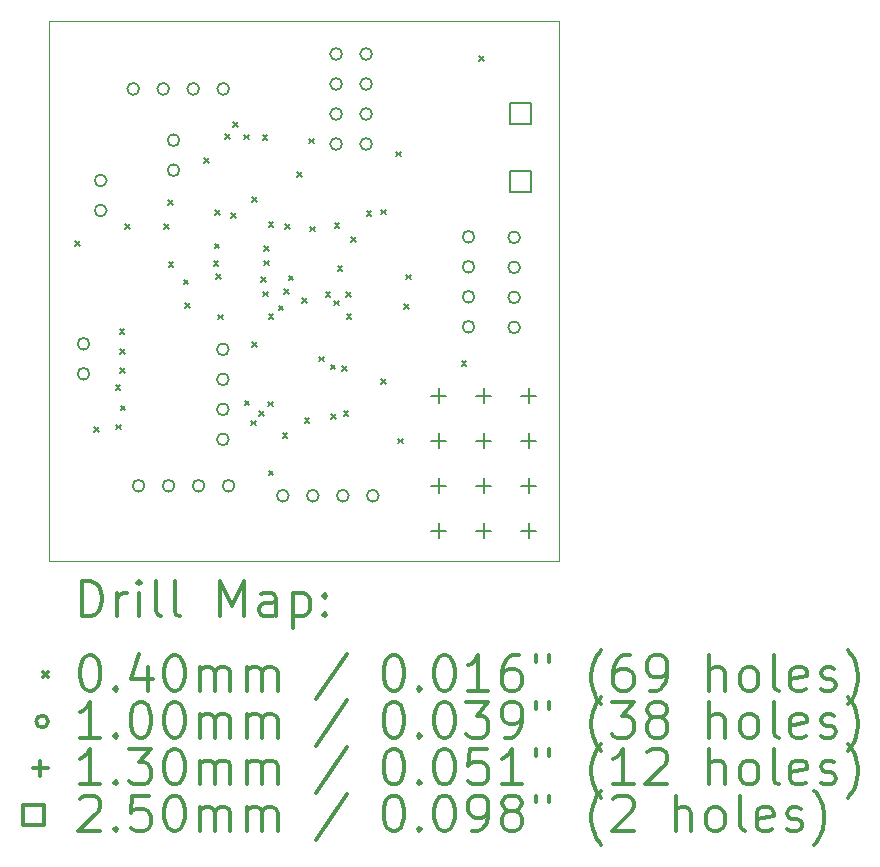
<source format=gbr>
%FSLAX45Y45*%
G04 Gerber Fmt 4.5, Leading zero omitted, Abs format (unit mm)*
G04 Created by KiCad (PCBNEW (5.1.6-0-10_14)) date 2022-05-06 10:42:54*
%MOMM*%
%LPD*%
G01*
G04 APERTURE LIST*
%TA.AperFunction,Profile*%
%ADD10C,0.100000*%
%TD*%
%ADD11C,0.200000*%
%ADD12C,0.300000*%
G04 APERTURE END LIST*
D10*
X12573000Y-7747000D02*
X12573000Y-12319000D01*
X8255000Y-7747000D02*
X12573000Y-7747000D01*
X8255000Y-12319000D02*
X8255000Y-7747000D01*
X12573000Y-12319000D02*
X8255000Y-12319000D01*
D11*
X8481500Y-9610500D02*
X8521500Y-9650500D01*
X8521500Y-9610500D02*
X8481500Y-9650500D01*
X8643500Y-11188500D02*
X8683500Y-11228500D01*
X8683500Y-11188500D02*
X8643500Y-11228500D01*
X8823000Y-10834000D02*
X8863000Y-10874000D01*
X8863000Y-10834000D02*
X8823000Y-10874000D01*
X8827000Y-11167000D02*
X8867000Y-11207000D01*
X8867000Y-11167000D02*
X8827000Y-11207000D01*
X8856000Y-10361000D02*
X8896000Y-10401000D01*
X8896000Y-10361000D02*
X8856000Y-10401000D01*
X8863000Y-10527000D02*
X8903000Y-10567000D01*
X8903000Y-10527000D02*
X8863000Y-10567000D01*
X8864000Y-10688000D02*
X8904000Y-10728000D01*
X8904000Y-10688000D02*
X8864000Y-10728000D01*
X8865000Y-11006000D02*
X8905000Y-11046000D01*
X8905000Y-11006000D02*
X8865000Y-11046000D01*
X8901000Y-9469000D02*
X8941000Y-9509000D01*
X8941000Y-9469000D02*
X8901000Y-9509000D01*
X9235000Y-9471000D02*
X9275000Y-9511000D01*
X9275000Y-9471000D02*
X9235000Y-9511000D01*
X9266500Y-9267500D02*
X9306500Y-9307500D01*
X9306500Y-9267500D02*
X9266500Y-9307500D01*
X9271500Y-9790500D02*
X9311500Y-9830500D01*
X9311500Y-9790500D02*
X9271500Y-9830500D01*
X9399000Y-9940000D02*
X9439000Y-9980000D01*
X9439000Y-9940000D02*
X9399000Y-9980000D01*
X9411000Y-10140000D02*
X9451000Y-10180000D01*
X9451000Y-10140000D02*
X9411000Y-10180000D01*
X9574000Y-8910000D02*
X9614000Y-8950000D01*
X9614000Y-8910000D02*
X9574000Y-8950000D01*
X9653000Y-9781000D02*
X9693000Y-9821000D01*
X9693000Y-9781000D02*
X9653000Y-9821000D01*
X9661000Y-9633000D02*
X9701000Y-9673000D01*
X9701000Y-9633000D02*
X9661000Y-9673000D01*
X9668000Y-9352000D02*
X9708000Y-9392000D01*
X9708000Y-9352000D02*
X9668000Y-9392000D01*
X9673000Y-9890000D02*
X9713000Y-9930000D01*
X9713000Y-9890000D02*
X9673000Y-9930000D01*
X9692500Y-10234500D02*
X9732500Y-10274500D01*
X9732500Y-10234500D02*
X9692500Y-10274500D01*
X9749000Y-8710000D02*
X9789000Y-8750000D01*
X9789000Y-8710000D02*
X9749000Y-8750000D01*
X9802500Y-9376500D02*
X9842500Y-9416500D01*
X9842500Y-9376500D02*
X9802500Y-9416500D01*
X9818000Y-8603000D02*
X9858000Y-8643000D01*
X9858000Y-8603000D02*
X9818000Y-8643000D01*
X9908000Y-8711000D02*
X9948000Y-8751000D01*
X9948000Y-8711000D02*
X9908000Y-8751000D01*
X9916000Y-10963000D02*
X9956000Y-11003000D01*
X9956000Y-10963000D02*
X9916000Y-11003000D01*
X9968000Y-11133000D02*
X10008000Y-11173000D01*
X10008000Y-11133000D02*
X9968000Y-11173000D01*
X9976000Y-9239000D02*
X10016000Y-9279000D01*
X10016000Y-9239000D02*
X9976000Y-9279000D01*
X9981000Y-10469000D02*
X10021000Y-10509000D01*
X10021000Y-10469000D02*
X9981000Y-10509000D01*
X10040000Y-11055000D02*
X10080000Y-11095000D01*
X10080000Y-11055000D02*
X10040000Y-11095000D01*
X10053000Y-9917000D02*
X10093000Y-9957000D01*
X10093000Y-9917000D02*
X10053000Y-9957000D01*
X10068000Y-8715000D02*
X10108000Y-8755000D01*
X10108000Y-8715000D02*
X10068000Y-8755000D01*
X10074000Y-10040000D02*
X10114000Y-10080000D01*
X10114000Y-10040000D02*
X10074000Y-10080000D01*
X10079000Y-9778000D02*
X10119000Y-9818000D01*
X10119000Y-9778000D02*
X10079000Y-9818000D01*
X10083000Y-9654000D02*
X10123000Y-9694000D01*
X10123000Y-9654000D02*
X10083000Y-9694000D01*
X10114000Y-10972000D02*
X10154000Y-11012000D01*
X10154000Y-10972000D02*
X10114000Y-11012000D01*
X10118000Y-9453000D02*
X10158000Y-9493000D01*
X10158000Y-9453000D02*
X10118000Y-9493000D01*
X10118000Y-10234000D02*
X10158000Y-10274000D01*
X10158000Y-10234000D02*
X10118000Y-10274000D01*
X10119000Y-11556000D02*
X10159000Y-11596000D01*
X10159000Y-11556000D02*
X10119000Y-11596000D01*
X10204000Y-10159000D02*
X10244000Y-10199000D01*
X10244000Y-10159000D02*
X10204000Y-10199000D01*
X10237000Y-11236000D02*
X10277000Y-11276000D01*
X10277000Y-11236000D02*
X10237000Y-11276000D01*
X10247000Y-10019000D02*
X10287000Y-10059000D01*
X10287000Y-10019000D02*
X10247000Y-10059000D01*
X10256000Y-9466000D02*
X10296000Y-9506000D01*
X10296000Y-9466000D02*
X10256000Y-9506000D01*
X10288000Y-9905000D02*
X10328000Y-9945000D01*
X10328000Y-9905000D02*
X10288000Y-9945000D01*
X10358000Y-9030000D02*
X10398000Y-9070000D01*
X10398000Y-9030000D02*
X10358000Y-9070000D01*
X10400000Y-10096000D02*
X10440000Y-10136000D01*
X10440000Y-10096000D02*
X10400000Y-10136000D01*
X10423000Y-11112000D02*
X10463000Y-11152000D01*
X10463000Y-11112000D02*
X10423000Y-11152000D01*
X10461000Y-8744000D02*
X10501000Y-8784000D01*
X10501000Y-8744000D02*
X10461000Y-8784000D01*
X10470000Y-9490000D02*
X10510000Y-9530000D01*
X10510000Y-9490000D02*
X10470000Y-9530000D01*
X10543000Y-10590000D02*
X10583000Y-10630000D01*
X10583000Y-10590000D02*
X10543000Y-10630000D01*
X10601000Y-10045000D02*
X10641000Y-10085000D01*
X10641000Y-10045000D02*
X10601000Y-10085000D01*
X10643000Y-10659000D02*
X10683000Y-10699000D01*
X10683000Y-10659000D02*
X10643000Y-10699000D01*
X10647000Y-11077000D02*
X10687000Y-11117000D01*
X10687000Y-11077000D02*
X10647000Y-11117000D01*
X10673000Y-10116000D02*
X10713000Y-10156000D01*
X10713000Y-10116000D02*
X10673000Y-10156000D01*
X10677070Y-9458000D02*
X10717070Y-9498000D01*
X10717070Y-9458000D02*
X10677070Y-9498000D01*
X10702000Y-9826000D02*
X10742000Y-9866000D01*
X10742000Y-9826000D02*
X10702000Y-9866000D01*
X10743000Y-10672000D02*
X10783000Y-10712000D01*
X10783000Y-10672000D02*
X10743000Y-10712000D01*
X10753000Y-11054000D02*
X10793000Y-11094000D01*
X10793000Y-11054000D02*
X10753000Y-11094000D01*
X10775000Y-10043000D02*
X10815000Y-10083000D01*
X10815000Y-10043000D02*
X10775000Y-10083000D01*
X10779000Y-10232000D02*
X10819000Y-10272000D01*
X10819000Y-10232000D02*
X10779000Y-10272000D01*
X10818000Y-9581000D02*
X10858000Y-9621000D01*
X10858000Y-9581000D02*
X10818000Y-9621000D01*
X10948000Y-9361000D02*
X10988000Y-9401000D01*
X10988000Y-9361000D02*
X10948000Y-9401000D01*
X11069000Y-9346000D02*
X11109000Y-9386000D01*
X11109000Y-9346000D02*
X11069000Y-9386000D01*
X11070000Y-10779000D02*
X11110000Y-10819000D01*
X11110000Y-10779000D02*
X11070000Y-10819000D01*
X11196000Y-8855000D02*
X11236000Y-8895000D01*
X11236000Y-8855000D02*
X11196000Y-8895000D01*
X11217500Y-11284500D02*
X11257500Y-11324500D01*
X11257500Y-11284500D02*
X11217500Y-11324500D01*
X11268000Y-10145000D02*
X11308000Y-10185000D01*
X11308000Y-10145000D02*
X11268000Y-10185000D01*
X11282000Y-9897000D02*
X11322000Y-9937000D01*
X11322000Y-9897000D02*
X11282000Y-9937000D01*
X11752000Y-10629000D02*
X11792000Y-10669000D01*
X11792000Y-10629000D02*
X11752000Y-10669000D01*
X11898000Y-8047000D02*
X11938000Y-8087000D01*
X11938000Y-8047000D02*
X11898000Y-8087000D01*
X9067000Y-11684000D02*
G75*
G03*
X9067000Y-11684000I-50000J0D01*
G01*
X9321000Y-11684000D02*
G75*
G03*
X9321000Y-11684000I-50000J0D01*
G01*
X9575000Y-11684000D02*
G75*
G03*
X9575000Y-11684000I-50000J0D01*
G01*
X9829000Y-11684000D02*
G75*
G03*
X9829000Y-11684000I-50000J0D01*
G01*
X10288235Y-11768463D02*
G75*
G03*
X10288235Y-11768463I-50000J0D01*
G01*
X10542235Y-11768463D02*
G75*
G03*
X10542235Y-11768463I-50000J0D01*
G01*
X10796235Y-11768463D02*
G75*
G03*
X10796235Y-11768463I-50000J0D01*
G01*
X11050235Y-11768463D02*
G75*
G03*
X11050235Y-11768463I-50000J0D01*
G01*
X12247000Y-9581000D02*
G75*
G03*
X12247000Y-9581000I-50000J0D01*
G01*
X12247000Y-9835000D02*
G75*
G03*
X12247000Y-9835000I-50000J0D01*
G01*
X12247000Y-10089000D02*
G75*
G03*
X12247000Y-10089000I-50000J0D01*
G01*
X12247000Y-10343000D02*
G75*
G03*
X12247000Y-10343000I-50000J0D01*
G01*
X8600785Y-10483019D02*
G75*
G03*
X8600785Y-10483019I-50000J0D01*
G01*
X8600785Y-10737019D02*
G75*
G03*
X8600785Y-10737019I-50000J0D01*
G01*
X9780928Y-10528770D02*
G75*
G03*
X9780928Y-10528770I-50000J0D01*
G01*
X9780928Y-10782770D02*
G75*
G03*
X9780928Y-10782770I-50000J0D01*
G01*
X9780928Y-11036770D02*
G75*
G03*
X9780928Y-11036770I-50000J0D01*
G01*
X9780928Y-11290770D02*
G75*
G03*
X9780928Y-11290770I-50000J0D01*
G01*
X10740000Y-8028000D02*
G75*
G03*
X10740000Y-8028000I-50000J0D01*
G01*
X10740000Y-8282000D02*
G75*
G03*
X10740000Y-8282000I-50000J0D01*
G01*
X10740000Y-8536000D02*
G75*
G03*
X10740000Y-8536000I-50000J0D01*
G01*
X10740000Y-8790000D02*
G75*
G03*
X10740000Y-8790000I-50000J0D01*
G01*
X10994000Y-8028000D02*
G75*
G03*
X10994000Y-8028000I-50000J0D01*
G01*
X10994000Y-8282000D02*
G75*
G03*
X10994000Y-8282000I-50000J0D01*
G01*
X10994000Y-8536000D02*
G75*
G03*
X10994000Y-8536000I-50000J0D01*
G01*
X10994000Y-8790000D02*
G75*
G03*
X10994000Y-8790000I-50000J0D01*
G01*
X8746000Y-9099000D02*
G75*
G03*
X8746000Y-9099000I-50000J0D01*
G01*
X8746000Y-9353000D02*
G75*
G03*
X8746000Y-9353000I-50000J0D01*
G01*
X9022000Y-8324000D02*
G75*
G03*
X9022000Y-8324000I-50000J0D01*
G01*
X9276000Y-8324000D02*
G75*
G03*
X9276000Y-8324000I-50000J0D01*
G01*
X9530000Y-8324000D02*
G75*
G03*
X9530000Y-8324000I-50000J0D01*
G01*
X9784000Y-8324000D02*
G75*
G03*
X9784000Y-8324000I-50000J0D01*
G01*
X11861000Y-9577000D02*
G75*
G03*
X11861000Y-9577000I-50000J0D01*
G01*
X11861000Y-9831000D02*
G75*
G03*
X11861000Y-9831000I-50000J0D01*
G01*
X11861000Y-10085000D02*
G75*
G03*
X11861000Y-10085000I-50000J0D01*
G01*
X11861000Y-10339000D02*
G75*
G03*
X11861000Y-10339000I-50000J0D01*
G01*
X9363000Y-8758000D02*
G75*
G03*
X9363000Y-8758000I-50000J0D01*
G01*
X9363000Y-9012000D02*
G75*
G03*
X9363000Y-9012000I-50000J0D01*
G01*
X11557000Y-10857000D02*
X11557000Y-10987000D01*
X11492000Y-10922000D02*
X11622000Y-10922000D01*
X12319000Y-10857000D02*
X12319000Y-10987000D01*
X12254000Y-10922000D02*
X12384000Y-10922000D01*
X11938000Y-11238000D02*
X11938000Y-11368000D01*
X11873000Y-11303000D02*
X12003000Y-11303000D01*
X11557000Y-11238000D02*
X11557000Y-11368000D01*
X11492000Y-11303000D02*
X11622000Y-11303000D01*
X11938000Y-11619000D02*
X11938000Y-11749000D01*
X11873000Y-11684000D02*
X12003000Y-11684000D01*
X11557000Y-12000000D02*
X11557000Y-12130000D01*
X11492000Y-12065000D02*
X11622000Y-12065000D01*
X12319000Y-11619000D02*
X12319000Y-11749000D01*
X12254000Y-11684000D02*
X12384000Y-11684000D01*
X11938000Y-10857000D02*
X11938000Y-10987000D01*
X11873000Y-10922000D02*
X12003000Y-10922000D01*
X11557000Y-11619000D02*
X11557000Y-11749000D01*
X11492000Y-11684000D02*
X11622000Y-11684000D01*
X12319000Y-11238000D02*
X12319000Y-11368000D01*
X12254000Y-11303000D02*
X12384000Y-11303000D01*
X12319000Y-12000000D02*
X12319000Y-12130000D01*
X12254000Y-12065000D02*
X12384000Y-12065000D01*
X11938000Y-12000000D02*
X11938000Y-12130000D01*
X11873000Y-12065000D02*
X12003000Y-12065000D01*
X12337389Y-8619389D02*
X12337389Y-8442611D01*
X12160611Y-8442611D01*
X12160611Y-8619389D01*
X12337389Y-8619389D01*
X12339389Y-9195389D02*
X12339389Y-9018611D01*
X12162611Y-9018611D01*
X12162611Y-9195389D01*
X12339389Y-9195389D01*
D12*
X8536428Y-12789714D02*
X8536428Y-12489714D01*
X8607857Y-12489714D01*
X8650714Y-12504000D01*
X8679286Y-12532571D01*
X8693571Y-12561143D01*
X8707857Y-12618286D01*
X8707857Y-12661143D01*
X8693571Y-12718286D01*
X8679286Y-12746857D01*
X8650714Y-12775429D01*
X8607857Y-12789714D01*
X8536428Y-12789714D01*
X8836428Y-12789714D02*
X8836428Y-12589714D01*
X8836428Y-12646857D02*
X8850714Y-12618286D01*
X8865000Y-12604000D01*
X8893571Y-12589714D01*
X8922143Y-12589714D01*
X9022143Y-12789714D02*
X9022143Y-12589714D01*
X9022143Y-12489714D02*
X9007857Y-12504000D01*
X9022143Y-12518286D01*
X9036428Y-12504000D01*
X9022143Y-12489714D01*
X9022143Y-12518286D01*
X9207857Y-12789714D02*
X9179286Y-12775429D01*
X9165000Y-12746857D01*
X9165000Y-12489714D01*
X9365000Y-12789714D02*
X9336428Y-12775429D01*
X9322143Y-12746857D01*
X9322143Y-12489714D01*
X9707857Y-12789714D02*
X9707857Y-12489714D01*
X9807857Y-12704000D01*
X9907857Y-12489714D01*
X9907857Y-12789714D01*
X10179286Y-12789714D02*
X10179286Y-12632571D01*
X10165000Y-12604000D01*
X10136428Y-12589714D01*
X10079286Y-12589714D01*
X10050714Y-12604000D01*
X10179286Y-12775429D02*
X10150714Y-12789714D01*
X10079286Y-12789714D01*
X10050714Y-12775429D01*
X10036428Y-12746857D01*
X10036428Y-12718286D01*
X10050714Y-12689714D01*
X10079286Y-12675429D01*
X10150714Y-12675429D01*
X10179286Y-12661143D01*
X10322143Y-12589714D02*
X10322143Y-12889714D01*
X10322143Y-12604000D02*
X10350714Y-12589714D01*
X10407857Y-12589714D01*
X10436428Y-12604000D01*
X10450714Y-12618286D01*
X10465000Y-12646857D01*
X10465000Y-12732571D01*
X10450714Y-12761143D01*
X10436428Y-12775429D01*
X10407857Y-12789714D01*
X10350714Y-12789714D01*
X10322143Y-12775429D01*
X10593571Y-12761143D02*
X10607857Y-12775429D01*
X10593571Y-12789714D01*
X10579286Y-12775429D01*
X10593571Y-12761143D01*
X10593571Y-12789714D01*
X10593571Y-12604000D02*
X10607857Y-12618286D01*
X10593571Y-12632571D01*
X10579286Y-12618286D01*
X10593571Y-12604000D01*
X10593571Y-12632571D01*
X8210000Y-13264000D02*
X8250000Y-13304000D01*
X8250000Y-13264000D02*
X8210000Y-13304000D01*
X8593571Y-13119714D02*
X8622143Y-13119714D01*
X8650714Y-13134000D01*
X8665000Y-13148286D01*
X8679286Y-13176857D01*
X8693571Y-13234000D01*
X8693571Y-13305429D01*
X8679286Y-13362571D01*
X8665000Y-13391143D01*
X8650714Y-13405429D01*
X8622143Y-13419714D01*
X8593571Y-13419714D01*
X8565000Y-13405429D01*
X8550714Y-13391143D01*
X8536428Y-13362571D01*
X8522143Y-13305429D01*
X8522143Y-13234000D01*
X8536428Y-13176857D01*
X8550714Y-13148286D01*
X8565000Y-13134000D01*
X8593571Y-13119714D01*
X8822143Y-13391143D02*
X8836428Y-13405429D01*
X8822143Y-13419714D01*
X8807857Y-13405429D01*
X8822143Y-13391143D01*
X8822143Y-13419714D01*
X9093571Y-13219714D02*
X9093571Y-13419714D01*
X9022143Y-13105429D02*
X8950714Y-13319714D01*
X9136428Y-13319714D01*
X9307857Y-13119714D02*
X9336428Y-13119714D01*
X9365000Y-13134000D01*
X9379286Y-13148286D01*
X9393571Y-13176857D01*
X9407857Y-13234000D01*
X9407857Y-13305429D01*
X9393571Y-13362571D01*
X9379286Y-13391143D01*
X9365000Y-13405429D01*
X9336428Y-13419714D01*
X9307857Y-13419714D01*
X9279286Y-13405429D01*
X9265000Y-13391143D01*
X9250714Y-13362571D01*
X9236428Y-13305429D01*
X9236428Y-13234000D01*
X9250714Y-13176857D01*
X9265000Y-13148286D01*
X9279286Y-13134000D01*
X9307857Y-13119714D01*
X9536428Y-13419714D02*
X9536428Y-13219714D01*
X9536428Y-13248286D02*
X9550714Y-13234000D01*
X9579286Y-13219714D01*
X9622143Y-13219714D01*
X9650714Y-13234000D01*
X9665000Y-13262571D01*
X9665000Y-13419714D01*
X9665000Y-13262571D02*
X9679286Y-13234000D01*
X9707857Y-13219714D01*
X9750714Y-13219714D01*
X9779286Y-13234000D01*
X9793571Y-13262571D01*
X9793571Y-13419714D01*
X9936428Y-13419714D02*
X9936428Y-13219714D01*
X9936428Y-13248286D02*
X9950714Y-13234000D01*
X9979286Y-13219714D01*
X10022143Y-13219714D01*
X10050714Y-13234000D01*
X10065000Y-13262571D01*
X10065000Y-13419714D01*
X10065000Y-13262571D02*
X10079286Y-13234000D01*
X10107857Y-13219714D01*
X10150714Y-13219714D01*
X10179286Y-13234000D01*
X10193571Y-13262571D01*
X10193571Y-13419714D01*
X10779286Y-13105429D02*
X10522143Y-13491143D01*
X11165000Y-13119714D02*
X11193571Y-13119714D01*
X11222143Y-13134000D01*
X11236428Y-13148286D01*
X11250714Y-13176857D01*
X11265000Y-13234000D01*
X11265000Y-13305429D01*
X11250714Y-13362571D01*
X11236428Y-13391143D01*
X11222143Y-13405429D01*
X11193571Y-13419714D01*
X11165000Y-13419714D01*
X11136428Y-13405429D01*
X11122143Y-13391143D01*
X11107857Y-13362571D01*
X11093571Y-13305429D01*
X11093571Y-13234000D01*
X11107857Y-13176857D01*
X11122143Y-13148286D01*
X11136428Y-13134000D01*
X11165000Y-13119714D01*
X11393571Y-13391143D02*
X11407857Y-13405429D01*
X11393571Y-13419714D01*
X11379286Y-13405429D01*
X11393571Y-13391143D01*
X11393571Y-13419714D01*
X11593571Y-13119714D02*
X11622143Y-13119714D01*
X11650714Y-13134000D01*
X11665000Y-13148286D01*
X11679286Y-13176857D01*
X11693571Y-13234000D01*
X11693571Y-13305429D01*
X11679286Y-13362571D01*
X11665000Y-13391143D01*
X11650714Y-13405429D01*
X11622143Y-13419714D01*
X11593571Y-13419714D01*
X11565000Y-13405429D01*
X11550714Y-13391143D01*
X11536428Y-13362571D01*
X11522143Y-13305429D01*
X11522143Y-13234000D01*
X11536428Y-13176857D01*
X11550714Y-13148286D01*
X11565000Y-13134000D01*
X11593571Y-13119714D01*
X11979286Y-13419714D02*
X11807857Y-13419714D01*
X11893571Y-13419714D02*
X11893571Y-13119714D01*
X11865000Y-13162571D01*
X11836428Y-13191143D01*
X11807857Y-13205429D01*
X12236428Y-13119714D02*
X12179286Y-13119714D01*
X12150714Y-13134000D01*
X12136428Y-13148286D01*
X12107857Y-13191143D01*
X12093571Y-13248286D01*
X12093571Y-13362571D01*
X12107857Y-13391143D01*
X12122143Y-13405429D01*
X12150714Y-13419714D01*
X12207857Y-13419714D01*
X12236428Y-13405429D01*
X12250714Y-13391143D01*
X12265000Y-13362571D01*
X12265000Y-13291143D01*
X12250714Y-13262571D01*
X12236428Y-13248286D01*
X12207857Y-13234000D01*
X12150714Y-13234000D01*
X12122143Y-13248286D01*
X12107857Y-13262571D01*
X12093571Y-13291143D01*
X12379286Y-13119714D02*
X12379286Y-13176857D01*
X12493571Y-13119714D02*
X12493571Y-13176857D01*
X12936428Y-13534000D02*
X12922143Y-13519714D01*
X12893571Y-13476857D01*
X12879286Y-13448286D01*
X12865000Y-13405429D01*
X12850714Y-13334000D01*
X12850714Y-13276857D01*
X12865000Y-13205429D01*
X12879286Y-13162571D01*
X12893571Y-13134000D01*
X12922143Y-13091143D01*
X12936428Y-13076857D01*
X13179286Y-13119714D02*
X13122143Y-13119714D01*
X13093571Y-13134000D01*
X13079286Y-13148286D01*
X13050714Y-13191143D01*
X13036428Y-13248286D01*
X13036428Y-13362571D01*
X13050714Y-13391143D01*
X13065000Y-13405429D01*
X13093571Y-13419714D01*
X13150714Y-13419714D01*
X13179286Y-13405429D01*
X13193571Y-13391143D01*
X13207857Y-13362571D01*
X13207857Y-13291143D01*
X13193571Y-13262571D01*
X13179286Y-13248286D01*
X13150714Y-13234000D01*
X13093571Y-13234000D01*
X13065000Y-13248286D01*
X13050714Y-13262571D01*
X13036428Y-13291143D01*
X13350714Y-13419714D02*
X13407857Y-13419714D01*
X13436428Y-13405429D01*
X13450714Y-13391143D01*
X13479286Y-13348286D01*
X13493571Y-13291143D01*
X13493571Y-13176857D01*
X13479286Y-13148286D01*
X13465000Y-13134000D01*
X13436428Y-13119714D01*
X13379286Y-13119714D01*
X13350714Y-13134000D01*
X13336428Y-13148286D01*
X13322143Y-13176857D01*
X13322143Y-13248286D01*
X13336428Y-13276857D01*
X13350714Y-13291143D01*
X13379286Y-13305429D01*
X13436428Y-13305429D01*
X13465000Y-13291143D01*
X13479286Y-13276857D01*
X13493571Y-13248286D01*
X13850714Y-13419714D02*
X13850714Y-13119714D01*
X13979286Y-13419714D02*
X13979286Y-13262571D01*
X13965000Y-13234000D01*
X13936428Y-13219714D01*
X13893571Y-13219714D01*
X13865000Y-13234000D01*
X13850714Y-13248286D01*
X14165000Y-13419714D02*
X14136428Y-13405429D01*
X14122143Y-13391143D01*
X14107857Y-13362571D01*
X14107857Y-13276857D01*
X14122143Y-13248286D01*
X14136428Y-13234000D01*
X14165000Y-13219714D01*
X14207857Y-13219714D01*
X14236428Y-13234000D01*
X14250714Y-13248286D01*
X14265000Y-13276857D01*
X14265000Y-13362571D01*
X14250714Y-13391143D01*
X14236428Y-13405429D01*
X14207857Y-13419714D01*
X14165000Y-13419714D01*
X14436428Y-13419714D02*
X14407857Y-13405429D01*
X14393571Y-13376857D01*
X14393571Y-13119714D01*
X14665000Y-13405429D02*
X14636428Y-13419714D01*
X14579286Y-13419714D01*
X14550714Y-13405429D01*
X14536428Y-13376857D01*
X14536428Y-13262571D01*
X14550714Y-13234000D01*
X14579286Y-13219714D01*
X14636428Y-13219714D01*
X14665000Y-13234000D01*
X14679286Y-13262571D01*
X14679286Y-13291143D01*
X14536428Y-13319714D01*
X14793571Y-13405429D02*
X14822143Y-13419714D01*
X14879286Y-13419714D01*
X14907857Y-13405429D01*
X14922143Y-13376857D01*
X14922143Y-13362571D01*
X14907857Y-13334000D01*
X14879286Y-13319714D01*
X14836428Y-13319714D01*
X14807857Y-13305429D01*
X14793571Y-13276857D01*
X14793571Y-13262571D01*
X14807857Y-13234000D01*
X14836428Y-13219714D01*
X14879286Y-13219714D01*
X14907857Y-13234000D01*
X15022143Y-13534000D02*
X15036428Y-13519714D01*
X15065000Y-13476857D01*
X15079286Y-13448286D01*
X15093571Y-13405429D01*
X15107857Y-13334000D01*
X15107857Y-13276857D01*
X15093571Y-13205429D01*
X15079286Y-13162571D01*
X15065000Y-13134000D01*
X15036428Y-13091143D01*
X15022143Y-13076857D01*
X8250000Y-13680000D02*
G75*
G03*
X8250000Y-13680000I-50000J0D01*
G01*
X8693571Y-13815714D02*
X8522143Y-13815714D01*
X8607857Y-13815714D02*
X8607857Y-13515714D01*
X8579286Y-13558571D01*
X8550714Y-13587143D01*
X8522143Y-13601429D01*
X8822143Y-13787143D02*
X8836428Y-13801429D01*
X8822143Y-13815714D01*
X8807857Y-13801429D01*
X8822143Y-13787143D01*
X8822143Y-13815714D01*
X9022143Y-13515714D02*
X9050714Y-13515714D01*
X9079286Y-13530000D01*
X9093571Y-13544286D01*
X9107857Y-13572857D01*
X9122143Y-13630000D01*
X9122143Y-13701429D01*
X9107857Y-13758571D01*
X9093571Y-13787143D01*
X9079286Y-13801429D01*
X9050714Y-13815714D01*
X9022143Y-13815714D01*
X8993571Y-13801429D01*
X8979286Y-13787143D01*
X8965000Y-13758571D01*
X8950714Y-13701429D01*
X8950714Y-13630000D01*
X8965000Y-13572857D01*
X8979286Y-13544286D01*
X8993571Y-13530000D01*
X9022143Y-13515714D01*
X9307857Y-13515714D02*
X9336428Y-13515714D01*
X9365000Y-13530000D01*
X9379286Y-13544286D01*
X9393571Y-13572857D01*
X9407857Y-13630000D01*
X9407857Y-13701429D01*
X9393571Y-13758571D01*
X9379286Y-13787143D01*
X9365000Y-13801429D01*
X9336428Y-13815714D01*
X9307857Y-13815714D01*
X9279286Y-13801429D01*
X9265000Y-13787143D01*
X9250714Y-13758571D01*
X9236428Y-13701429D01*
X9236428Y-13630000D01*
X9250714Y-13572857D01*
X9265000Y-13544286D01*
X9279286Y-13530000D01*
X9307857Y-13515714D01*
X9536428Y-13815714D02*
X9536428Y-13615714D01*
X9536428Y-13644286D02*
X9550714Y-13630000D01*
X9579286Y-13615714D01*
X9622143Y-13615714D01*
X9650714Y-13630000D01*
X9665000Y-13658571D01*
X9665000Y-13815714D01*
X9665000Y-13658571D02*
X9679286Y-13630000D01*
X9707857Y-13615714D01*
X9750714Y-13615714D01*
X9779286Y-13630000D01*
X9793571Y-13658571D01*
X9793571Y-13815714D01*
X9936428Y-13815714D02*
X9936428Y-13615714D01*
X9936428Y-13644286D02*
X9950714Y-13630000D01*
X9979286Y-13615714D01*
X10022143Y-13615714D01*
X10050714Y-13630000D01*
X10065000Y-13658571D01*
X10065000Y-13815714D01*
X10065000Y-13658571D02*
X10079286Y-13630000D01*
X10107857Y-13615714D01*
X10150714Y-13615714D01*
X10179286Y-13630000D01*
X10193571Y-13658571D01*
X10193571Y-13815714D01*
X10779286Y-13501429D02*
X10522143Y-13887143D01*
X11165000Y-13515714D02*
X11193571Y-13515714D01*
X11222143Y-13530000D01*
X11236428Y-13544286D01*
X11250714Y-13572857D01*
X11265000Y-13630000D01*
X11265000Y-13701429D01*
X11250714Y-13758571D01*
X11236428Y-13787143D01*
X11222143Y-13801429D01*
X11193571Y-13815714D01*
X11165000Y-13815714D01*
X11136428Y-13801429D01*
X11122143Y-13787143D01*
X11107857Y-13758571D01*
X11093571Y-13701429D01*
X11093571Y-13630000D01*
X11107857Y-13572857D01*
X11122143Y-13544286D01*
X11136428Y-13530000D01*
X11165000Y-13515714D01*
X11393571Y-13787143D02*
X11407857Y-13801429D01*
X11393571Y-13815714D01*
X11379286Y-13801429D01*
X11393571Y-13787143D01*
X11393571Y-13815714D01*
X11593571Y-13515714D02*
X11622143Y-13515714D01*
X11650714Y-13530000D01*
X11665000Y-13544286D01*
X11679286Y-13572857D01*
X11693571Y-13630000D01*
X11693571Y-13701429D01*
X11679286Y-13758571D01*
X11665000Y-13787143D01*
X11650714Y-13801429D01*
X11622143Y-13815714D01*
X11593571Y-13815714D01*
X11565000Y-13801429D01*
X11550714Y-13787143D01*
X11536428Y-13758571D01*
X11522143Y-13701429D01*
X11522143Y-13630000D01*
X11536428Y-13572857D01*
X11550714Y-13544286D01*
X11565000Y-13530000D01*
X11593571Y-13515714D01*
X11793571Y-13515714D02*
X11979286Y-13515714D01*
X11879286Y-13630000D01*
X11922143Y-13630000D01*
X11950714Y-13644286D01*
X11965000Y-13658571D01*
X11979286Y-13687143D01*
X11979286Y-13758571D01*
X11965000Y-13787143D01*
X11950714Y-13801429D01*
X11922143Y-13815714D01*
X11836428Y-13815714D01*
X11807857Y-13801429D01*
X11793571Y-13787143D01*
X12122143Y-13815714D02*
X12179286Y-13815714D01*
X12207857Y-13801429D01*
X12222143Y-13787143D01*
X12250714Y-13744286D01*
X12265000Y-13687143D01*
X12265000Y-13572857D01*
X12250714Y-13544286D01*
X12236428Y-13530000D01*
X12207857Y-13515714D01*
X12150714Y-13515714D01*
X12122143Y-13530000D01*
X12107857Y-13544286D01*
X12093571Y-13572857D01*
X12093571Y-13644286D01*
X12107857Y-13672857D01*
X12122143Y-13687143D01*
X12150714Y-13701429D01*
X12207857Y-13701429D01*
X12236428Y-13687143D01*
X12250714Y-13672857D01*
X12265000Y-13644286D01*
X12379286Y-13515714D02*
X12379286Y-13572857D01*
X12493571Y-13515714D02*
X12493571Y-13572857D01*
X12936428Y-13930000D02*
X12922143Y-13915714D01*
X12893571Y-13872857D01*
X12879286Y-13844286D01*
X12865000Y-13801429D01*
X12850714Y-13730000D01*
X12850714Y-13672857D01*
X12865000Y-13601429D01*
X12879286Y-13558571D01*
X12893571Y-13530000D01*
X12922143Y-13487143D01*
X12936428Y-13472857D01*
X13022143Y-13515714D02*
X13207857Y-13515714D01*
X13107857Y-13630000D01*
X13150714Y-13630000D01*
X13179286Y-13644286D01*
X13193571Y-13658571D01*
X13207857Y-13687143D01*
X13207857Y-13758571D01*
X13193571Y-13787143D01*
X13179286Y-13801429D01*
X13150714Y-13815714D01*
X13065000Y-13815714D01*
X13036428Y-13801429D01*
X13022143Y-13787143D01*
X13379286Y-13644286D02*
X13350714Y-13630000D01*
X13336428Y-13615714D01*
X13322143Y-13587143D01*
X13322143Y-13572857D01*
X13336428Y-13544286D01*
X13350714Y-13530000D01*
X13379286Y-13515714D01*
X13436428Y-13515714D01*
X13465000Y-13530000D01*
X13479286Y-13544286D01*
X13493571Y-13572857D01*
X13493571Y-13587143D01*
X13479286Y-13615714D01*
X13465000Y-13630000D01*
X13436428Y-13644286D01*
X13379286Y-13644286D01*
X13350714Y-13658571D01*
X13336428Y-13672857D01*
X13322143Y-13701429D01*
X13322143Y-13758571D01*
X13336428Y-13787143D01*
X13350714Y-13801429D01*
X13379286Y-13815714D01*
X13436428Y-13815714D01*
X13465000Y-13801429D01*
X13479286Y-13787143D01*
X13493571Y-13758571D01*
X13493571Y-13701429D01*
X13479286Y-13672857D01*
X13465000Y-13658571D01*
X13436428Y-13644286D01*
X13850714Y-13815714D02*
X13850714Y-13515714D01*
X13979286Y-13815714D02*
X13979286Y-13658571D01*
X13965000Y-13630000D01*
X13936428Y-13615714D01*
X13893571Y-13615714D01*
X13865000Y-13630000D01*
X13850714Y-13644286D01*
X14165000Y-13815714D02*
X14136428Y-13801429D01*
X14122143Y-13787143D01*
X14107857Y-13758571D01*
X14107857Y-13672857D01*
X14122143Y-13644286D01*
X14136428Y-13630000D01*
X14165000Y-13615714D01*
X14207857Y-13615714D01*
X14236428Y-13630000D01*
X14250714Y-13644286D01*
X14265000Y-13672857D01*
X14265000Y-13758571D01*
X14250714Y-13787143D01*
X14236428Y-13801429D01*
X14207857Y-13815714D01*
X14165000Y-13815714D01*
X14436428Y-13815714D02*
X14407857Y-13801429D01*
X14393571Y-13772857D01*
X14393571Y-13515714D01*
X14665000Y-13801429D02*
X14636428Y-13815714D01*
X14579286Y-13815714D01*
X14550714Y-13801429D01*
X14536428Y-13772857D01*
X14536428Y-13658571D01*
X14550714Y-13630000D01*
X14579286Y-13615714D01*
X14636428Y-13615714D01*
X14665000Y-13630000D01*
X14679286Y-13658571D01*
X14679286Y-13687143D01*
X14536428Y-13715714D01*
X14793571Y-13801429D02*
X14822143Y-13815714D01*
X14879286Y-13815714D01*
X14907857Y-13801429D01*
X14922143Y-13772857D01*
X14922143Y-13758571D01*
X14907857Y-13730000D01*
X14879286Y-13715714D01*
X14836428Y-13715714D01*
X14807857Y-13701429D01*
X14793571Y-13672857D01*
X14793571Y-13658571D01*
X14807857Y-13630000D01*
X14836428Y-13615714D01*
X14879286Y-13615714D01*
X14907857Y-13630000D01*
X15022143Y-13930000D02*
X15036428Y-13915714D01*
X15065000Y-13872857D01*
X15079286Y-13844286D01*
X15093571Y-13801429D01*
X15107857Y-13730000D01*
X15107857Y-13672857D01*
X15093571Y-13601429D01*
X15079286Y-13558571D01*
X15065000Y-13530000D01*
X15036428Y-13487143D01*
X15022143Y-13472857D01*
X8185000Y-14011000D02*
X8185000Y-14141000D01*
X8120000Y-14076000D02*
X8250000Y-14076000D01*
X8693571Y-14211714D02*
X8522143Y-14211714D01*
X8607857Y-14211714D02*
X8607857Y-13911714D01*
X8579286Y-13954571D01*
X8550714Y-13983143D01*
X8522143Y-13997429D01*
X8822143Y-14183143D02*
X8836428Y-14197429D01*
X8822143Y-14211714D01*
X8807857Y-14197429D01*
X8822143Y-14183143D01*
X8822143Y-14211714D01*
X8936428Y-13911714D02*
X9122143Y-13911714D01*
X9022143Y-14026000D01*
X9065000Y-14026000D01*
X9093571Y-14040286D01*
X9107857Y-14054571D01*
X9122143Y-14083143D01*
X9122143Y-14154571D01*
X9107857Y-14183143D01*
X9093571Y-14197429D01*
X9065000Y-14211714D01*
X8979286Y-14211714D01*
X8950714Y-14197429D01*
X8936428Y-14183143D01*
X9307857Y-13911714D02*
X9336428Y-13911714D01*
X9365000Y-13926000D01*
X9379286Y-13940286D01*
X9393571Y-13968857D01*
X9407857Y-14026000D01*
X9407857Y-14097429D01*
X9393571Y-14154571D01*
X9379286Y-14183143D01*
X9365000Y-14197429D01*
X9336428Y-14211714D01*
X9307857Y-14211714D01*
X9279286Y-14197429D01*
X9265000Y-14183143D01*
X9250714Y-14154571D01*
X9236428Y-14097429D01*
X9236428Y-14026000D01*
X9250714Y-13968857D01*
X9265000Y-13940286D01*
X9279286Y-13926000D01*
X9307857Y-13911714D01*
X9536428Y-14211714D02*
X9536428Y-14011714D01*
X9536428Y-14040286D02*
X9550714Y-14026000D01*
X9579286Y-14011714D01*
X9622143Y-14011714D01*
X9650714Y-14026000D01*
X9665000Y-14054571D01*
X9665000Y-14211714D01*
X9665000Y-14054571D02*
X9679286Y-14026000D01*
X9707857Y-14011714D01*
X9750714Y-14011714D01*
X9779286Y-14026000D01*
X9793571Y-14054571D01*
X9793571Y-14211714D01*
X9936428Y-14211714D02*
X9936428Y-14011714D01*
X9936428Y-14040286D02*
X9950714Y-14026000D01*
X9979286Y-14011714D01*
X10022143Y-14011714D01*
X10050714Y-14026000D01*
X10065000Y-14054571D01*
X10065000Y-14211714D01*
X10065000Y-14054571D02*
X10079286Y-14026000D01*
X10107857Y-14011714D01*
X10150714Y-14011714D01*
X10179286Y-14026000D01*
X10193571Y-14054571D01*
X10193571Y-14211714D01*
X10779286Y-13897429D02*
X10522143Y-14283143D01*
X11165000Y-13911714D02*
X11193571Y-13911714D01*
X11222143Y-13926000D01*
X11236428Y-13940286D01*
X11250714Y-13968857D01*
X11265000Y-14026000D01*
X11265000Y-14097429D01*
X11250714Y-14154571D01*
X11236428Y-14183143D01*
X11222143Y-14197429D01*
X11193571Y-14211714D01*
X11165000Y-14211714D01*
X11136428Y-14197429D01*
X11122143Y-14183143D01*
X11107857Y-14154571D01*
X11093571Y-14097429D01*
X11093571Y-14026000D01*
X11107857Y-13968857D01*
X11122143Y-13940286D01*
X11136428Y-13926000D01*
X11165000Y-13911714D01*
X11393571Y-14183143D02*
X11407857Y-14197429D01*
X11393571Y-14211714D01*
X11379286Y-14197429D01*
X11393571Y-14183143D01*
X11393571Y-14211714D01*
X11593571Y-13911714D02*
X11622143Y-13911714D01*
X11650714Y-13926000D01*
X11665000Y-13940286D01*
X11679286Y-13968857D01*
X11693571Y-14026000D01*
X11693571Y-14097429D01*
X11679286Y-14154571D01*
X11665000Y-14183143D01*
X11650714Y-14197429D01*
X11622143Y-14211714D01*
X11593571Y-14211714D01*
X11565000Y-14197429D01*
X11550714Y-14183143D01*
X11536428Y-14154571D01*
X11522143Y-14097429D01*
X11522143Y-14026000D01*
X11536428Y-13968857D01*
X11550714Y-13940286D01*
X11565000Y-13926000D01*
X11593571Y-13911714D01*
X11965000Y-13911714D02*
X11822143Y-13911714D01*
X11807857Y-14054571D01*
X11822143Y-14040286D01*
X11850714Y-14026000D01*
X11922143Y-14026000D01*
X11950714Y-14040286D01*
X11965000Y-14054571D01*
X11979286Y-14083143D01*
X11979286Y-14154571D01*
X11965000Y-14183143D01*
X11950714Y-14197429D01*
X11922143Y-14211714D01*
X11850714Y-14211714D01*
X11822143Y-14197429D01*
X11807857Y-14183143D01*
X12265000Y-14211714D02*
X12093571Y-14211714D01*
X12179286Y-14211714D02*
X12179286Y-13911714D01*
X12150714Y-13954571D01*
X12122143Y-13983143D01*
X12093571Y-13997429D01*
X12379286Y-13911714D02*
X12379286Y-13968857D01*
X12493571Y-13911714D02*
X12493571Y-13968857D01*
X12936428Y-14326000D02*
X12922143Y-14311714D01*
X12893571Y-14268857D01*
X12879286Y-14240286D01*
X12865000Y-14197429D01*
X12850714Y-14126000D01*
X12850714Y-14068857D01*
X12865000Y-13997429D01*
X12879286Y-13954571D01*
X12893571Y-13926000D01*
X12922143Y-13883143D01*
X12936428Y-13868857D01*
X13207857Y-14211714D02*
X13036428Y-14211714D01*
X13122143Y-14211714D02*
X13122143Y-13911714D01*
X13093571Y-13954571D01*
X13065000Y-13983143D01*
X13036428Y-13997429D01*
X13322143Y-13940286D02*
X13336428Y-13926000D01*
X13365000Y-13911714D01*
X13436428Y-13911714D01*
X13465000Y-13926000D01*
X13479286Y-13940286D01*
X13493571Y-13968857D01*
X13493571Y-13997429D01*
X13479286Y-14040286D01*
X13307857Y-14211714D01*
X13493571Y-14211714D01*
X13850714Y-14211714D02*
X13850714Y-13911714D01*
X13979286Y-14211714D02*
X13979286Y-14054571D01*
X13965000Y-14026000D01*
X13936428Y-14011714D01*
X13893571Y-14011714D01*
X13865000Y-14026000D01*
X13850714Y-14040286D01*
X14165000Y-14211714D02*
X14136428Y-14197429D01*
X14122143Y-14183143D01*
X14107857Y-14154571D01*
X14107857Y-14068857D01*
X14122143Y-14040286D01*
X14136428Y-14026000D01*
X14165000Y-14011714D01*
X14207857Y-14011714D01*
X14236428Y-14026000D01*
X14250714Y-14040286D01*
X14265000Y-14068857D01*
X14265000Y-14154571D01*
X14250714Y-14183143D01*
X14236428Y-14197429D01*
X14207857Y-14211714D01*
X14165000Y-14211714D01*
X14436428Y-14211714D02*
X14407857Y-14197429D01*
X14393571Y-14168857D01*
X14393571Y-13911714D01*
X14665000Y-14197429D02*
X14636428Y-14211714D01*
X14579286Y-14211714D01*
X14550714Y-14197429D01*
X14536428Y-14168857D01*
X14536428Y-14054571D01*
X14550714Y-14026000D01*
X14579286Y-14011714D01*
X14636428Y-14011714D01*
X14665000Y-14026000D01*
X14679286Y-14054571D01*
X14679286Y-14083143D01*
X14536428Y-14111714D01*
X14793571Y-14197429D02*
X14822143Y-14211714D01*
X14879286Y-14211714D01*
X14907857Y-14197429D01*
X14922143Y-14168857D01*
X14922143Y-14154571D01*
X14907857Y-14126000D01*
X14879286Y-14111714D01*
X14836428Y-14111714D01*
X14807857Y-14097429D01*
X14793571Y-14068857D01*
X14793571Y-14054571D01*
X14807857Y-14026000D01*
X14836428Y-14011714D01*
X14879286Y-14011714D01*
X14907857Y-14026000D01*
X15022143Y-14326000D02*
X15036428Y-14311714D01*
X15065000Y-14268857D01*
X15079286Y-14240286D01*
X15093571Y-14197429D01*
X15107857Y-14126000D01*
X15107857Y-14068857D01*
X15093571Y-13997429D01*
X15079286Y-13954571D01*
X15065000Y-13926000D01*
X15036428Y-13883143D01*
X15022143Y-13868857D01*
X8213389Y-14560389D02*
X8213389Y-14383611D01*
X8036611Y-14383611D01*
X8036611Y-14560389D01*
X8213389Y-14560389D01*
X8522143Y-14336286D02*
X8536428Y-14322000D01*
X8565000Y-14307714D01*
X8636428Y-14307714D01*
X8665000Y-14322000D01*
X8679286Y-14336286D01*
X8693571Y-14364857D01*
X8693571Y-14393429D01*
X8679286Y-14436286D01*
X8507857Y-14607714D01*
X8693571Y-14607714D01*
X8822143Y-14579143D02*
X8836428Y-14593429D01*
X8822143Y-14607714D01*
X8807857Y-14593429D01*
X8822143Y-14579143D01*
X8822143Y-14607714D01*
X9107857Y-14307714D02*
X8965000Y-14307714D01*
X8950714Y-14450571D01*
X8965000Y-14436286D01*
X8993571Y-14422000D01*
X9065000Y-14422000D01*
X9093571Y-14436286D01*
X9107857Y-14450571D01*
X9122143Y-14479143D01*
X9122143Y-14550571D01*
X9107857Y-14579143D01*
X9093571Y-14593429D01*
X9065000Y-14607714D01*
X8993571Y-14607714D01*
X8965000Y-14593429D01*
X8950714Y-14579143D01*
X9307857Y-14307714D02*
X9336428Y-14307714D01*
X9365000Y-14322000D01*
X9379286Y-14336286D01*
X9393571Y-14364857D01*
X9407857Y-14422000D01*
X9407857Y-14493429D01*
X9393571Y-14550571D01*
X9379286Y-14579143D01*
X9365000Y-14593429D01*
X9336428Y-14607714D01*
X9307857Y-14607714D01*
X9279286Y-14593429D01*
X9265000Y-14579143D01*
X9250714Y-14550571D01*
X9236428Y-14493429D01*
X9236428Y-14422000D01*
X9250714Y-14364857D01*
X9265000Y-14336286D01*
X9279286Y-14322000D01*
X9307857Y-14307714D01*
X9536428Y-14607714D02*
X9536428Y-14407714D01*
X9536428Y-14436286D02*
X9550714Y-14422000D01*
X9579286Y-14407714D01*
X9622143Y-14407714D01*
X9650714Y-14422000D01*
X9665000Y-14450571D01*
X9665000Y-14607714D01*
X9665000Y-14450571D02*
X9679286Y-14422000D01*
X9707857Y-14407714D01*
X9750714Y-14407714D01*
X9779286Y-14422000D01*
X9793571Y-14450571D01*
X9793571Y-14607714D01*
X9936428Y-14607714D02*
X9936428Y-14407714D01*
X9936428Y-14436286D02*
X9950714Y-14422000D01*
X9979286Y-14407714D01*
X10022143Y-14407714D01*
X10050714Y-14422000D01*
X10065000Y-14450571D01*
X10065000Y-14607714D01*
X10065000Y-14450571D02*
X10079286Y-14422000D01*
X10107857Y-14407714D01*
X10150714Y-14407714D01*
X10179286Y-14422000D01*
X10193571Y-14450571D01*
X10193571Y-14607714D01*
X10779286Y-14293429D02*
X10522143Y-14679143D01*
X11165000Y-14307714D02*
X11193571Y-14307714D01*
X11222143Y-14322000D01*
X11236428Y-14336286D01*
X11250714Y-14364857D01*
X11265000Y-14422000D01*
X11265000Y-14493429D01*
X11250714Y-14550571D01*
X11236428Y-14579143D01*
X11222143Y-14593429D01*
X11193571Y-14607714D01*
X11165000Y-14607714D01*
X11136428Y-14593429D01*
X11122143Y-14579143D01*
X11107857Y-14550571D01*
X11093571Y-14493429D01*
X11093571Y-14422000D01*
X11107857Y-14364857D01*
X11122143Y-14336286D01*
X11136428Y-14322000D01*
X11165000Y-14307714D01*
X11393571Y-14579143D02*
X11407857Y-14593429D01*
X11393571Y-14607714D01*
X11379286Y-14593429D01*
X11393571Y-14579143D01*
X11393571Y-14607714D01*
X11593571Y-14307714D02*
X11622143Y-14307714D01*
X11650714Y-14322000D01*
X11665000Y-14336286D01*
X11679286Y-14364857D01*
X11693571Y-14422000D01*
X11693571Y-14493429D01*
X11679286Y-14550571D01*
X11665000Y-14579143D01*
X11650714Y-14593429D01*
X11622143Y-14607714D01*
X11593571Y-14607714D01*
X11565000Y-14593429D01*
X11550714Y-14579143D01*
X11536428Y-14550571D01*
X11522143Y-14493429D01*
X11522143Y-14422000D01*
X11536428Y-14364857D01*
X11550714Y-14336286D01*
X11565000Y-14322000D01*
X11593571Y-14307714D01*
X11836428Y-14607714D02*
X11893571Y-14607714D01*
X11922143Y-14593429D01*
X11936428Y-14579143D01*
X11965000Y-14536286D01*
X11979286Y-14479143D01*
X11979286Y-14364857D01*
X11965000Y-14336286D01*
X11950714Y-14322000D01*
X11922143Y-14307714D01*
X11865000Y-14307714D01*
X11836428Y-14322000D01*
X11822143Y-14336286D01*
X11807857Y-14364857D01*
X11807857Y-14436286D01*
X11822143Y-14464857D01*
X11836428Y-14479143D01*
X11865000Y-14493429D01*
X11922143Y-14493429D01*
X11950714Y-14479143D01*
X11965000Y-14464857D01*
X11979286Y-14436286D01*
X12150714Y-14436286D02*
X12122143Y-14422000D01*
X12107857Y-14407714D01*
X12093571Y-14379143D01*
X12093571Y-14364857D01*
X12107857Y-14336286D01*
X12122143Y-14322000D01*
X12150714Y-14307714D01*
X12207857Y-14307714D01*
X12236428Y-14322000D01*
X12250714Y-14336286D01*
X12265000Y-14364857D01*
X12265000Y-14379143D01*
X12250714Y-14407714D01*
X12236428Y-14422000D01*
X12207857Y-14436286D01*
X12150714Y-14436286D01*
X12122143Y-14450571D01*
X12107857Y-14464857D01*
X12093571Y-14493429D01*
X12093571Y-14550571D01*
X12107857Y-14579143D01*
X12122143Y-14593429D01*
X12150714Y-14607714D01*
X12207857Y-14607714D01*
X12236428Y-14593429D01*
X12250714Y-14579143D01*
X12265000Y-14550571D01*
X12265000Y-14493429D01*
X12250714Y-14464857D01*
X12236428Y-14450571D01*
X12207857Y-14436286D01*
X12379286Y-14307714D02*
X12379286Y-14364857D01*
X12493571Y-14307714D02*
X12493571Y-14364857D01*
X12936428Y-14722000D02*
X12922143Y-14707714D01*
X12893571Y-14664857D01*
X12879286Y-14636286D01*
X12865000Y-14593429D01*
X12850714Y-14522000D01*
X12850714Y-14464857D01*
X12865000Y-14393429D01*
X12879286Y-14350571D01*
X12893571Y-14322000D01*
X12922143Y-14279143D01*
X12936428Y-14264857D01*
X13036428Y-14336286D02*
X13050714Y-14322000D01*
X13079286Y-14307714D01*
X13150714Y-14307714D01*
X13179286Y-14322000D01*
X13193571Y-14336286D01*
X13207857Y-14364857D01*
X13207857Y-14393429D01*
X13193571Y-14436286D01*
X13022143Y-14607714D01*
X13207857Y-14607714D01*
X13565000Y-14607714D02*
X13565000Y-14307714D01*
X13693571Y-14607714D02*
X13693571Y-14450571D01*
X13679286Y-14422000D01*
X13650714Y-14407714D01*
X13607857Y-14407714D01*
X13579286Y-14422000D01*
X13565000Y-14436286D01*
X13879286Y-14607714D02*
X13850714Y-14593429D01*
X13836428Y-14579143D01*
X13822143Y-14550571D01*
X13822143Y-14464857D01*
X13836428Y-14436286D01*
X13850714Y-14422000D01*
X13879286Y-14407714D01*
X13922143Y-14407714D01*
X13950714Y-14422000D01*
X13965000Y-14436286D01*
X13979286Y-14464857D01*
X13979286Y-14550571D01*
X13965000Y-14579143D01*
X13950714Y-14593429D01*
X13922143Y-14607714D01*
X13879286Y-14607714D01*
X14150714Y-14607714D02*
X14122143Y-14593429D01*
X14107857Y-14564857D01*
X14107857Y-14307714D01*
X14379286Y-14593429D02*
X14350714Y-14607714D01*
X14293571Y-14607714D01*
X14265000Y-14593429D01*
X14250714Y-14564857D01*
X14250714Y-14450571D01*
X14265000Y-14422000D01*
X14293571Y-14407714D01*
X14350714Y-14407714D01*
X14379286Y-14422000D01*
X14393571Y-14450571D01*
X14393571Y-14479143D01*
X14250714Y-14507714D01*
X14507857Y-14593429D02*
X14536428Y-14607714D01*
X14593571Y-14607714D01*
X14622143Y-14593429D01*
X14636428Y-14564857D01*
X14636428Y-14550571D01*
X14622143Y-14522000D01*
X14593571Y-14507714D01*
X14550714Y-14507714D01*
X14522143Y-14493429D01*
X14507857Y-14464857D01*
X14507857Y-14450571D01*
X14522143Y-14422000D01*
X14550714Y-14407714D01*
X14593571Y-14407714D01*
X14622143Y-14422000D01*
X14736428Y-14722000D02*
X14750714Y-14707714D01*
X14779286Y-14664857D01*
X14793571Y-14636286D01*
X14807857Y-14593429D01*
X14822143Y-14522000D01*
X14822143Y-14464857D01*
X14807857Y-14393429D01*
X14793571Y-14350571D01*
X14779286Y-14322000D01*
X14750714Y-14279143D01*
X14736428Y-14264857D01*
M02*

</source>
